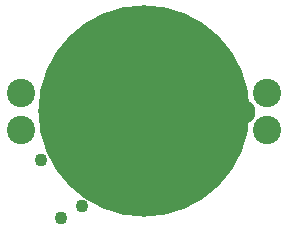
<source format=gbr>
G04 #@! TF.GenerationSoftware,KiCad,Pcbnew,6.0.0-rc1-unknown-181ce46~66~ubuntu18.04.1*
G04 #@! TF.CreationDate,2018-09-10T14:50:20+02:00*
G04 #@! TF.ProjectId,weather,776561746865722E6B696361645F7063,1.0*
G04 #@! TF.SameCoordinates,Original*
G04 #@! TF.FileFunction,Soldermask,Bot*
G04 #@! TF.FilePolarity,Negative*
%FSLAX46Y46*%
G04 Gerber Fmt 4.6, Leading zero omitted, Abs format (unit mm)*
G04 Created by KiCad (PCBNEW 6.0.0-rc1-unknown-181ce46~66~ubuntu18.04.1) date Mon Sep 10 14:50:20 2018*
%MOMM*%
%LPD*%
G01*
G04 APERTURE LIST*
%ADD10C,2.100000*%
%ADD11C,1.090600*%
%ADD12C,2.400000*%
%ADD13C,17.900000*%
G04 APERTURE END LIST*
D10*
G04 #@! TO.C,TP1*
X120525000Y-76275000D03*
G04 #@! TD*
D11*
G04 #@! TO.C,J1*
X103480000Y-80350295D03*
X105140118Y-85257705D03*
X106899882Y-84241705D03*
G04 #@! TD*
D12*
G04 #@! TO.C,BT1*
X101770000Y-74700000D03*
X101770000Y-77800000D03*
X122570000Y-77800000D03*
X122570000Y-74700000D03*
D13*
X112170000Y-76200000D03*
G04 #@! TD*
M02*

</source>
